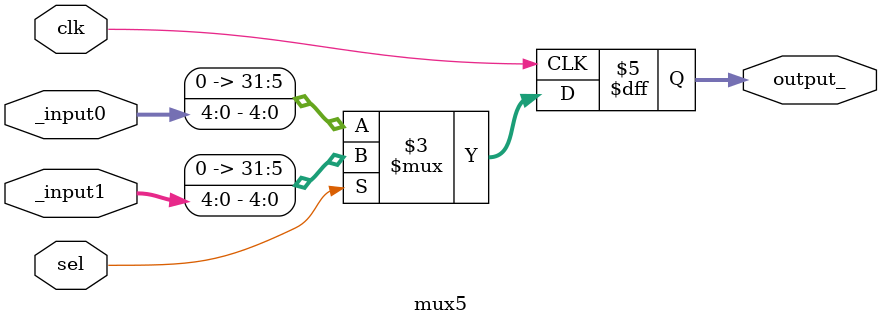
<source format=v>
module mux5(_input0, _input1, sel, output_, clk);
	input [4:0] _input0;			//Entrada 0 do Mux
	input [4:0] _input1;			//Entrada 1 do Mux
	input sel;						//bit de seleção
	output reg [31:0] output_;
	input clk;
	always @ (posedge clk) begin				
		if(sel)						//Atribuição da saida correspondente
			output_ <= _input1;
		else output_ <= _input0;
	end
endmodule

</source>
